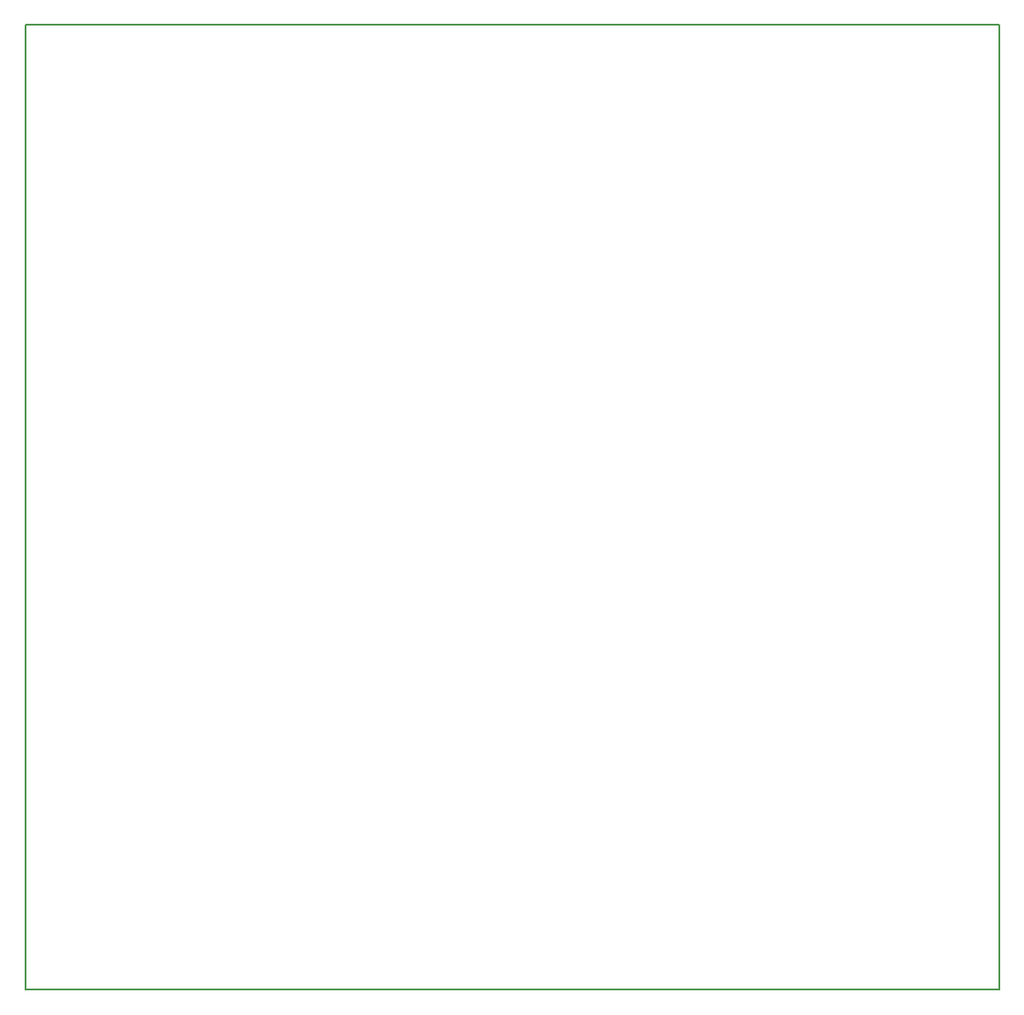
<source format=gbr>
G04 PROTEUS RS274X GERBER FILE*
%FSLAX45Y45*%
%MOMM*%
G01*
%ADD20C,0.203200*%
D20*
X+552000Y+254000D02*
X+9906000Y+254000D01*
X+9906000Y+9525000D01*
X+552000Y+9525000D01*
X+552000Y+254000D01*
M02*

</source>
